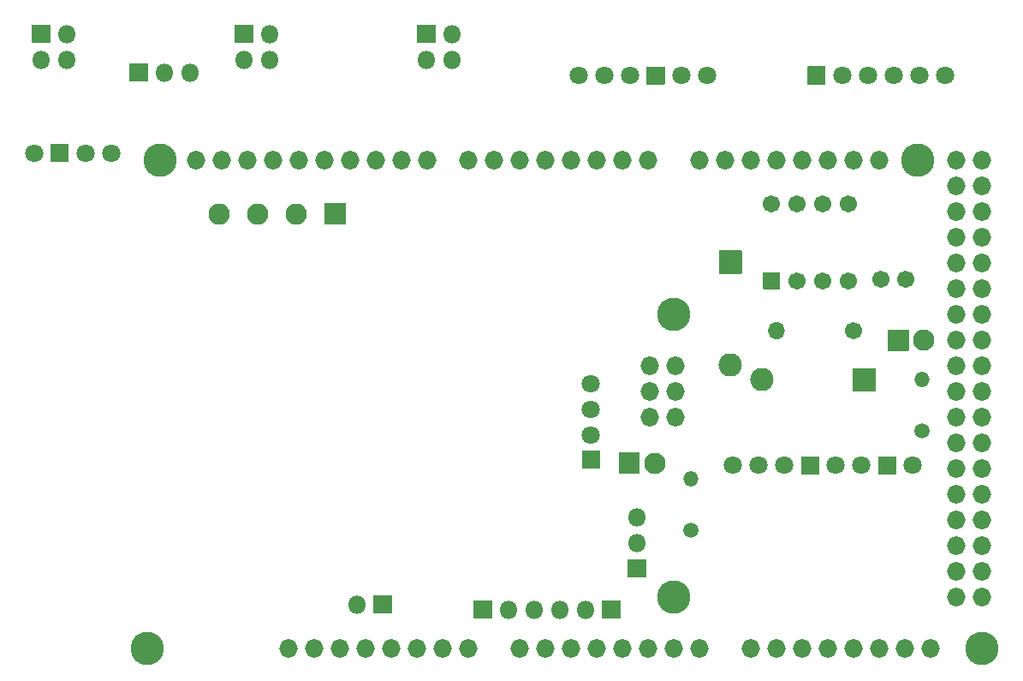
<source format=gbs>
%TF.GenerationSoftware,KiCad,Pcbnew,(5.1.8)-1*%
%TF.CreationDate,2021-02-21T20:08:30-05:00*%
%TF.ProjectId,Mega_Shield,4d656761-5f53-4686-9965-6c642e6b6963,rev?*%
%TF.SameCoordinates,Original*%
%TF.FileFunction,Soldermask,Bot*%
%TF.FilePolarity,Negative*%
%FSLAX46Y46*%
G04 Gerber Fmt 4.6, Leading zero omitted, Abs format (unit mm)*
G04 Created by KiCad (PCBNEW (5.1.8)-1) date 2021-02-21 20:08:30*
%MOMM*%
%LPD*%
G01*
G04 APERTURE LIST*
%ADD10O,2.101600X2.101600*%
%ADD11C,1.801600*%
%ADD12C,1.701600*%
%ADD13O,1.828800X1.828800*%
%ADD14C,3.301600*%
%ADD15O,1.701600X1.701600*%
%ADD16O,2.301600X2.301600*%
%ADD17C,2.101600*%
%ADD18C,1.501600*%
%ADD19O,1.501600X1.501600*%
%ADD20O,1.801600X1.801600*%
G04 APERTURE END LIST*
%TO.C,D3*%
G36*
G01*
X113630200Y-44180000D02*
X113630200Y-42180000D01*
G75*
G02*
X113681000Y-42129200I50800J0D01*
G01*
X115681000Y-42129200D01*
G75*
G02*
X115731800Y-42180000I0J-50800D01*
G01*
X115731800Y-44180000D01*
G75*
G02*
X115681000Y-44230800I-50800J0D01*
G01*
X113681000Y-44230800D01*
G75*
G02*
X113630200Y-44180000I0J50800D01*
G01*
G37*
D10*
X110871000Y-43180000D03*
X107061000Y-43180000D03*
X103251000Y-43180000D03*
%TD*%
D11*
%TO.C,J7*%
X171831000Y-68057000D03*
G36*
G01*
X168441000Y-67156200D02*
X170141000Y-67156200D01*
G75*
G02*
X170191800Y-67207000I0J-50800D01*
G01*
X170191800Y-68907000D01*
G75*
G02*
X170141000Y-68957800I-50800J0D01*
G01*
X168441000Y-68957800D01*
G75*
G02*
X168390200Y-68907000I0J50800D01*
G01*
X168390200Y-67207000D01*
G75*
G02*
X168441000Y-67156200I50800J0D01*
G01*
G37*
X166751000Y-68057000D03*
X164211000Y-68057000D03*
G36*
G01*
X160821000Y-67156200D02*
X162521000Y-67156200D01*
G75*
G02*
X162571800Y-67207000I0J-50800D01*
G01*
X162571800Y-68907000D01*
G75*
G02*
X162521000Y-68957800I-50800J0D01*
G01*
X160821000Y-68957800D01*
G75*
G02*
X160770200Y-68907000I0J50800D01*
G01*
X160770200Y-67207000D01*
G75*
G02*
X160821000Y-67156200I50800J0D01*
G01*
G37*
X159131000Y-68057000D03*
X156591000Y-68057000D03*
X154051000Y-68057000D03*
%TD*%
%TO.C,J8*%
G36*
G01*
X139120800Y-66583200D02*
X140820800Y-66583200D01*
G75*
G02*
X140871600Y-66634000I0J-50800D01*
G01*
X140871600Y-68334000D01*
G75*
G02*
X140820800Y-68384800I-50800J0D01*
G01*
X139120800Y-68384800D01*
G75*
G02*
X139070000Y-68334000I0J50800D01*
G01*
X139070000Y-66634000D01*
G75*
G02*
X139120800Y-66583200I50800J0D01*
G01*
G37*
X139970800Y-65024000D03*
X139970800Y-62484000D03*
X139970800Y-60024000D03*
%TD*%
%TO.C,J2*%
X84886800Y-37187900D03*
G36*
G01*
X88276800Y-38088700D02*
X86576800Y-38088700D01*
G75*
G02*
X86526000Y-38037900I0J50800D01*
G01*
X86526000Y-36337900D01*
G75*
G02*
X86576800Y-36287100I50800J0D01*
G01*
X88276800Y-36287100D01*
G75*
G02*
X88327600Y-36337900I0J-50800D01*
G01*
X88327600Y-38037900D01*
G75*
G02*
X88276800Y-38088700I-50800J0D01*
G01*
G37*
X89966800Y-37187900D03*
X92506800Y-37187900D03*
%TD*%
%TO.C,J9*%
G36*
G01*
X163181400Y-28660900D02*
X163181400Y-30360900D01*
G75*
G02*
X163130600Y-30411700I-50800J0D01*
G01*
X161430600Y-30411700D01*
G75*
G02*
X161379800Y-30360900I0J50800D01*
G01*
X161379800Y-28660900D01*
G75*
G02*
X161430600Y-28610100I50800J0D01*
G01*
X163130600Y-28610100D01*
G75*
G02*
X163181400Y-28660900I0J-50800D01*
G01*
G37*
X164820600Y-29510900D03*
X167360600Y-29510900D03*
X169900600Y-29510900D03*
X172440600Y-29510900D03*
X174980600Y-29510900D03*
%TD*%
%TO.C,J6*%
X151460200Y-29537900D03*
X148920200Y-29537900D03*
G36*
G01*
X145530200Y-28637100D02*
X147230200Y-28637100D01*
G75*
G02*
X147281000Y-28687900I0J-50800D01*
G01*
X147281000Y-30387900D01*
G75*
G02*
X147230200Y-30438700I-50800J0D01*
G01*
X145530200Y-30438700D01*
G75*
G02*
X145479400Y-30387900I0J50800D01*
G01*
X145479400Y-28687900D01*
G75*
G02*
X145530200Y-28637100I50800J0D01*
G01*
G37*
X143840200Y-29537900D03*
X141300200Y-29537900D03*
X138760200Y-29537900D03*
%TD*%
D12*
%TO.C,U1*%
X157835600Y-42164000D03*
G36*
G01*
X158686400Y-48984000D02*
X158686400Y-50584000D01*
G75*
G02*
X158635600Y-50634800I-50800J0D01*
G01*
X157035600Y-50634800D01*
G75*
G02*
X156984800Y-50584000I0J50800D01*
G01*
X156984800Y-48984000D01*
G75*
G02*
X157035600Y-48933200I50800J0D01*
G01*
X158635600Y-48933200D01*
G75*
G02*
X158686400Y-48984000I0J-50800D01*
G01*
G37*
X160375600Y-42164000D03*
X160375600Y-49784000D03*
X162915600Y-42164000D03*
X162915600Y-49784000D03*
X165455600Y-42164000D03*
X165455600Y-49784000D03*
%TD*%
D13*
%TO.C,XA1*%
X145796000Y-58166000D03*
X178689000Y-81026000D03*
X176149000Y-81026000D03*
X178689000Y-78486000D03*
X176149000Y-78486000D03*
X178689000Y-75946000D03*
X176149000Y-75946000D03*
X178689000Y-73406000D03*
X176149000Y-73406000D03*
X178689000Y-70866000D03*
X176149000Y-70866000D03*
X178689000Y-68326000D03*
X176149000Y-68326000D03*
X178689000Y-65786000D03*
X176149000Y-65786000D03*
X178689000Y-63246000D03*
X176149000Y-63246000D03*
X178689000Y-60706000D03*
X176149000Y-60706000D03*
X178689000Y-58166000D03*
X176149000Y-58166000D03*
X178689000Y-55626000D03*
X176149000Y-55626000D03*
X178689000Y-53086000D03*
X176149000Y-53086000D03*
X178689000Y-50546000D03*
X176149000Y-50546000D03*
X178689000Y-48006000D03*
X176149000Y-48006000D03*
X178689000Y-45466000D03*
X176149000Y-45466000D03*
X178689000Y-42926000D03*
X176149000Y-42926000D03*
X178689000Y-40386000D03*
X176149000Y-40386000D03*
X178689000Y-37846000D03*
X176149000Y-37846000D03*
X173609000Y-86106000D03*
X171069000Y-86106000D03*
X168529000Y-86106000D03*
X165989000Y-86106000D03*
X163449000Y-86106000D03*
X160909000Y-86106000D03*
X158369000Y-86106000D03*
X155829000Y-86106000D03*
X150749000Y-86106000D03*
X148209000Y-86106000D03*
X145669000Y-86106000D03*
X143129000Y-86106000D03*
X140589000Y-86106000D03*
X138049000Y-86106000D03*
X135509000Y-86106000D03*
X110109000Y-86106000D03*
X116205000Y-37846000D03*
X113665000Y-37846000D03*
X111125000Y-37846000D03*
X106045000Y-37846000D03*
X103505000Y-37846000D03*
X100965000Y-37846000D03*
D14*
X96139000Y-86106000D03*
X178689000Y-86106000D03*
X97409000Y-37846000D03*
X172339000Y-37846000D03*
X148209000Y-53086000D03*
X148209000Y-81026000D03*
D13*
X118745000Y-37846000D03*
X121285000Y-37846000D03*
X123825000Y-37846000D03*
X108585000Y-37846000D03*
X127889000Y-37846000D03*
X130429000Y-37846000D03*
X132969000Y-37846000D03*
X135509000Y-37846000D03*
X138049000Y-37846000D03*
X140589000Y-37846000D03*
X143129000Y-37846000D03*
X145669000Y-37846000D03*
X150749000Y-37846000D03*
X153289000Y-37846000D03*
X155829000Y-37846000D03*
X158369000Y-37846000D03*
X160909000Y-37846000D03*
X163449000Y-37846000D03*
X165989000Y-37846000D03*
X168529000Y-37846000D03*
X112649000Y-86106000D03*
X115189000Y-86106000D03*
X117729000Y-86106000D03*
X120269000Y-86106000D03*
X122809000Y-86106000D03*
X125349000Y-86106000D03*
X127889000Y-86106000D03*
X132969000Y-86106000D03*
X148336000Y-58166000D03*
X145796000Y-60706000D03*
X148336000Y-60706000D03*
X148336000Y-63246000D03*
X145796000Y-63246000D03*
%TD*%
D12*
%TO.C,C1*%
X168645200Y-49631600D03*
X171145200Y-49631600D03*
%TD*%
D15*
%TO.C,R1*%
X158369000Y-54737000D03*
D12*
X165989000Y-54737000D03*
%TD*%
D16*
%TO.C,D1*%
X156870400Y-59588400D03*
G36*
G01*
X168181200Y-58488400D02*
X168181200Y-60688400D01*
G75*
G02*
X168130400Y-60739200I-50800J0D01*
G01*
X165930400Y-60739200D01*
G75*
G02*
X165879600Y-60688400I0J50800D01*
G01*
X165879600Y-58488400D01*
G75*
G02*
X165930400Y-58437600I50800J0D01*
G01*
X168130400Y-58437600D01*
G75*
G02*
X168181200Y-58488400I0J-50800D01*
G01*
G37*
%TD*%
%TO.C,D2*%
X153771600Y-58115200D03*
G36*
G01*
X152671600Y-46804400D02*
X154871600Y-46804400D01*
G75*
G02*
X154922400Y-46855200I0J-50800D01*
G01*
X154922400Y-49055200D01*
G75*
G02*
X154871600Y-49106000I-50800J0D01*
G01*
X152671600Y-49106000D01*
G75*
G02*
X152620800Y-49055200I0J50800D01*
G01*
X152620800Y-46855200D01*
G75*
G02*
X152671600Y-46804400I50800J0D01*
G01*
G37*
%TD*%
D17*
%TO.C,D4*%
X172923200Y-55676800D03*
G36*
G01*
X169332400Y-56676800D02*
X169332400Y-54676800D01*
G75*
G02*
X169383200Y-54626000I50800J0D01*
G01*
X171383200Y-54626000D01*
G75*
G02*
X171434000Y-54676800I0J-50800D01*
G01*
X171434000Y-56676800D01*
G75*
G02*
X171383200Y-56727600I-50800J0D01*
G01*
X169383200Y-56727600D01*
G75*
G02*
X169332400Y-56676800I0J50800D01*
G01*
G37*
%TD*%
D18*
%TO.C,R2*%
X172720000Y-64668400D03*
D19*
X172720000Y-59588400D03*
%TD*%
D17*
%TO.C,D5*%
X146304000Y-67818000D03*
G36*
G01*
X142713200Y-68818000D02*
X142713200Y-66818000D01*
G75*
G02*
X142764000Y-66767200I50800J0D01*
G01*
X144764000Y-66767200D01*
G75*
G02*
X144814800Y-66818000I0J-50800D01*
G01*
X144814800Y-68818000D01*
G75*
G02*
X144764000Y-68868800I-50800J0D01*
G01*
X142764000Y-68868800D01*
G75*
G02*
X142713200Y-68818000I0J50800D01*
G01*
G37*
%TD*%
%TO.C,J5*%
G36*
G01*
X145426800Y-77382000D02*
X145426800Y-79082000D01*
G75*
G02*
X145376000Y-79132800I-50800J0D01*
G01*
X143676000Y-79132800D01*
G75*
G02*
X143625200Y-79082000I0J50800D01*
G01*
X143625200Y-77382000D01*
G75*
G02*
X143676000Y-77331200I50800J0D01*
G01*
X145376000Y-77331200D01*
G75*
G02*
X145426800Y-77382000I0J-50800D01*
G01*
G37*
D20*
X144526000Y-75692000D03*
X144526000Y-73152000D03*
%TD*%
%TO.C,J10*%
G36*
G01*
X141136000Y-81395200D02*
X142836000Y-81395200D01*
G75*
G02*
X142886800Y-81446000I0J-50800D01*
G01*
X142886800Y-83146000D01*
G75*
G02*
X142836000Y-83196800I-50800J0D01*
G01*
X141136000Y-83196800D01*
G75*
G02*
X141085200Y-83146000I0J50800D01*
G01*
X141085200Y-81446000D01*
G75*
G02*
X141136000Y-81395200I50800J0D01*
G01*
G37*
X139446000Y-82296000D03*
X136906000Y-82296000D03*
X134366000Y-82296000D03*
X131826000Y-82296000D03*
G36*
G01*
X128436000Y-81395200D02*
X130136000Y-81395200D01*
G75*
G02*
X130186800Y-81446000I0J-50800D01*
G01*
X130186800Y-83146000D01*
G75*
G02*
X130136000Y-83196800I-50800J0D01*
G01*
X128436000Y-83196800D01*
G75*
G02*
X128385200Y-83146000I0J50800D01*
G01*
X128385200Y-81446000D01*
G75*
G02*
X128436000Y-81395200I50800J0D01*
G01*
G37*
%TD*%
D18*
%TO.C,R3*%
X149860000Y-74422000D03*
D19*
X149860000Y-69342000D03*
%TD*%
%TO.C,J3*%
G36*
G01*
X86448000Y-26300800D02*
X84748000Y-26300800D01*
G75*
G02*
X84697200Y-26250000I0J50800D01*
G01*
X84697200Y-24550000D01*
G75*
G02*
X84748000Y-24499200I50800J0D01*
G01*
X86448000Y-24499200D01*
G75*
G02*
X86498800Y-24550000I0J-50800D01*
G01*
X86498800Y-26250000D01*
G75*
G02*
X86448000Y-26300800I-50800J0D01*
G01*
G37*
D20*
X85598000Y-27940000D03*
X88138000Y-25400000D03*
X88138000Y-27940000D03*
%TD*%
%TO.C,J4*%
G36*
G01*
X106514000Y-26300800D02*
X104814000Y-26300800D01*
G75*
G02*
X104763200Y-26250000I0J50800D01*
G01*
X104763200Y-24550000D01*
G75*
G02*
X104814000Y-24499200I50800J0D01*
G01*
X106514000Y-24499200D01*
G75*
G02*
X106564800Y-24550000I0J-50800D01*
G01*
X106564800Y-26250000D01*
G75*
G02*
X106514000Y-26300800I-50800J0D01*
G01*
G37*
X105664000Y-27940000D03*
X108204000Y-25400000D03*
X108204000Y-27940000D03*
%TD*%
%TO.C,J1*%
G36*
G01*
X124548000Y-26300800D02*
X122848000Y-26300800D01*
G75*
G02*
X122797200Y-26250000I0J50800D01*
G01*
X122797200Y-24550000D01*
G75*
G02*
X122848000Y-24499200I50800J0D01*
G01*
X124548000Y-24499200D01*
G75*
G02*
X124598800Y-24550000I0J-50800D01*
G01*
X124598800Y-26250000D01*
G75*
G02*
X124548000Y-26300800I-50800J0D01*
G01*
G37*
X123698000Y-27940000D03*
X126238000Y-25400000D03*
X126238000Y-27940000D03*
%TD*%
%TO.C,J12*%
G36*
G01*
X96100000Y-30110800D02*
X94400000Y-30110800D01*
G75*
G02*
X94349200Y-30060000I0J50800D01*
G01*
X94349200Y-28360000D01*
G75*
G02*
X94400000Y-28309200I50800J0D01*
G01*
X96100000Y-28309200D01*
G75*
G02*
X96150800Y-28360000I0J-50800D01*
G01*
X96150800Y-30060000D01*
G75*
G02*
X96100000Y-30110800I-50800J0D01*
G01*
G37*
X97790000Y-29210000D03*
X100330000Y-29210000D03*
%TD*%
%TO.C,J11*%
G36*
G01*
X118530000Y-80887200D02*
X120230000Y-80887200D01*
G75*
G02*
X120280800Y-80938000I0J-50800D01*
G01*
X120280800Y-82638000D01*
G75*
G02*
X120230000Y-82688800I-50800J0D01*
G01*
X118530000Y-82688800D01*
G75*
G02*
X118479200Y-82638000I0J50800D01*
G01*
X118479200Y-80938000D01*
G75*
G02*
X118530000Y-80887200I50800J0D01*
G01*
G37*
X116840000Y-81788000D03*
%TD*%
M02*

</source>
